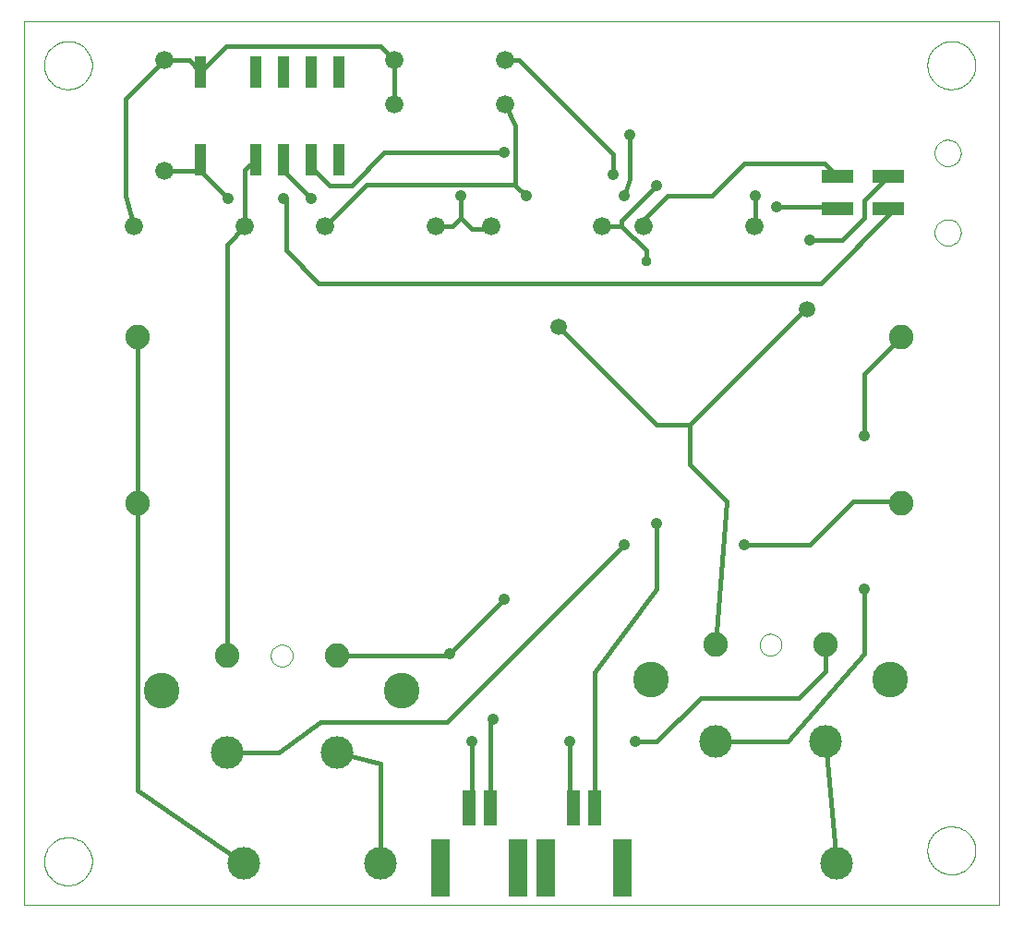
<source format=gtl>
G75*
G70*
%OFA0B0*%
%FSLAX24Y24*%
%IPPOS*%
%LPD*%
%AMOC8*
5,1,8,0,0,1.08239X$1,22.5*
%
%ADD10C,0.0000*%
%ADD11R,0.0472X0.1260*%
%ADD12R,0.0669X0.2087*%
%ADD13C,0.0886*%
%ADD14C,0.1286*%
%ADD15C,0.1181*%
%ADD16C,0.0660*%
%ADD17R,0.0394X0.1122*%
%ADD18R,0.1150X0.0500*%
%ADD19C,0.0160*%
%ADD20C,0.0376*%
%ADD21C,0.0416*%
%ADD22C,0.0591*%
D10*
X000181Y000847D02*
X000181Y032736D01*
X035382Y032736D01*
X035382Y000847D01*
X000181Y000847D01*
X000890Y002421D02*
X000892Y002479D01*
X000898Y002538D01*
X000908Y002595D01*
X000921Y002652D01*
X000939Y002708D01*
X000960Y002763D01*
X000985Y002815D01*
X001013Y002867D01*
X001045Y002916D01*
X001080Y002963D01*
X001118Y003007D01*
X001159Y003049D01*
X001203Y003088D01*
X001249Y003123D01*
X001298Y003156D01*
X001349Y003185D01*
X001401Y003211D01*
X001455Y003233D01*
X001511Y003252D01*
X001567Y003266D01*
X001625Y003277D01*
X001683Y003284D01*
X001741Y003287D01*
X001800Y003286D01*
X001858Y003281D01*
X001916Y003272D01*
X001973Y003259D01*
X002029Y003243D01*
X002084Y003222D01*
X002137Y003198D01*
X002189Y003171D01*
X002239Y003140D01*
X002286Y003106D01*
X002331Y003068D01*
X002374Y003028D01*
X002413Y002985D01*
X002450Y002939D01*
X002483Y002891D01*
X002513Y002841D01*
X002540Y002789D01*
X002563Y002735D01*
X002582Y002680D01*
X002598Y002624D01*
X002610Y002567D01*
X002618Y002509D01*
X002622Y002450D01*
X002622Y002392D01*
X002618Y002333D01*
X002610Y002275D01*
X002598Y002218D01*
X002582Y002162D01*
X002563Y002107D01*
X002540Y002053D01*
X002513Y002001D01*
X002483Y001951D01*
X002450Y001903D01*
X002413Y001857D01*
X002374Y001814D01*
X002331Y001774D01*
X002286Y001736D01*
X002239Y001702D01*
X002189Y001671D01*
X002137Y001644D01*
X002084Y001620D01*
X002029Y001599D01*
X001973Y001583D01*
X001916Y001570D01*
X001858Y001561D01*
X001800Y001556D01*
X001741Y001555D01*
X001683Y001558D01*
X001625Y001565D01*
X001567Y001576D01*
X001511Y001590D01*
X001455Y001609D01*
X001401Y001631D01*
X001349Y001657D01*
X001298Y001686D01*
X001249Y001719D01*
X001203Y001754D01*
X001159Y001793D01*
X001118Y001835D01*
X001080Y001879D01*
X001045Y001926D01*
X001013Y001975D01*
X000985Y002027D01*
X000960Y002079D01*
X000939Y002134D01*
X000921Y002190D01*
X000908Y002247D01*
X000898Y002304D01*
X000892Y002363D01*
X000890Y002421D01*
X009075Y009847D02*
X009077Y009886D01*
X009083Y009925D01*
X009093Y009963D01*
X009106Y010000D01*
X009123Y010035D01*
X009143Y010069D01*
X009167Y010100D01*
X009194Y010129D01*
X009223Y010155D01*
X009255Y010178D01*
X009289Y010198D01*
X009325Y010214D01*
X009362Y010226D01*
X009401Y010235D01*
X009440Y010240D01*
X009479Y010241D01*
X009518Y010238D01*
X009557Y010231D01*
X009594Y010220D01*
X009631Y010206D01*
X009666Y010188D01*
X009699Y010167D01*
X009730Y010142D01*
X009758Y010115D01*
X009783Y010085D01*
X009805Y010052D01*
X009824Y010018D01*
X009839Y009982D01*
X009851Y009944D01*
X009859Y009906D01*
X009863Y009867D01*
X009863Y009827D01*
X009859Y009788D01*
X009851Y009750D01*
X009839Y009712D01*
X009824Y009676D01*
X009805Y009642D01*
X009783Y009609D01*
X009758Y009579D01*
X009730Y009552D01*
X009699Y009527D01*
X009666Y009506D01*
X009631Y009488D01*
X009594Y009474D01*
X009557Y009463D01*
X009518Y009456D01*
X009479Y009453D01*
X009440Y009454D01*
X009401Y009459D01*
X009362Y009468D01*
X009325Y009480D01*
X009289Y009496D01*
X009255Y009516D01*
X009223Y009539D01*
X009194Y009565D01*
X009167Y009594D01*
X009143Y009625D01*
X009123Y009659D01*
X009106Y009694D01*
X009093Y009731D01*
X009083Y009769D01*
X009077Y009808D01*
X009075Y009847D01*
X026724Y010240D02*
X026726Y010279D01*
X026732Y010318D01*
X026742Y010356D01*
X026755Y010393D01*
X026772Y010428D01*
X026792Y010462D01*
X026816Y010493D01*
X026843Y010522D01*
X026872Y010548D01*
X026904Y010571D01*
X026938Y010591D01*
X026974Y010607D01*
X027011Y010619D01*
X027050Y010628D01*
X027089Y010633D01*
X027128Y010634D01*
X027167Y010631D01*
X027206Y010624D01*
X027243Y010613D01*
X027280Y010599D01*
X027315Y010581D01*
X027348Y010560D01*
X027379Y010535D01*
X027407Y010508D01*
X027432Y010478D01*
X027454Y010445D01*
X027473Y010411D01*
X027488Y010375D01*
X027500Y010337D01*
X027508Y010299D01*
X027512Y010260D01*
X027512Y010220D01*
X027508Y010181D01*
X027500Y010143D01*
X027488Y010105D01*
X027473Y010069D01*
X027454Y010035D01*
X027432Y010002D01*
X027407Y009972D01*
X027379Y009945D01*
X027348Y009920D01*
X027315Y009899D01*
X027280Y009881D01*
X027243Y009867D01*
X027206Y009856D01*
X027167Y009849D01*
X027128Y009846D01*
X027089Y009847D01*
X027050Y009852D01*
X027011Y009861D01*
X026974Y009873D01*
X026938Y009889D01*
X026904Y009909D01*
X026872Y009932D01*
X026843Y009958D01*
X026816Y009987D01*
X026792Y010018D01*
X026772Y010052D01*
X026755Y010087D01*
X026742Y010124D01*
X026732Y010162D01*
X026726Y010201D01*
X026724Y010240D01*
X032780Y002815D02*
X032782Y002873D01*
X032788Y002932D01*
X032798Y002989D01*
X032811Y003046D01*
X032829Y003102D01*
X032850Y003157D01*
X032875Y003209D01*
X032903Y003261D01*
X032935Y003310D01*
X032970Y003357D01*
X033008Y003401D01*
X033049Y003443D01*
X033093Y003482D01*
X033139Y003517D01*
X033188Y003550D01*
X033239Y003579D01*
X033291Y003605D01*
X033345Y003627D01*
X033401Y003646D01*
X033457Y003660D01*
X033515Y003671D01*
X033573Y003678D01*
X033631Y003681D01*
X033690Y003680D01*
X033748Y003675D01*
X033806Y003666D01*
X033863Y003653D01*
X033919Y003637D01*
X033974Y003616D01*
X034027Y003592D01*
X034079Y003565D01*
X034129Y003534D01*
X034176Y003500D01*
X034221Y003462D01*
X034264Y003422D01*
X034303Y003379D01*
X034340Y003333D01*
X034373Y003285D01*
X034403Y003235D01*
X034430Y003183D01*
X034453Y003129D01*
X034472Y003074D01*
X034488Y003018D01*
X034500Y002961D01*
X034508Y002903D01*
X034512Y002844D01*
X034512Y002786D01*
X034508Y002727D01*
X034500Y002669D01*
X034488Y002612D01*
X034472Y002556D01*
X034453Y002501D01*
X034430Y002447D01*
X034403Y002395D01*
X034373Y002345D01*
X034340Y002297D01*
X034303Y002251D01*
X034264Y002208D01*
X034221Y002168D01*
X034176Y002130D01*
X034129Y002096D01*
X034079Y002065D01*
X034027Y002038D01*
X033974Y002014D01*
X033919Y001993D01*
X033863Y001977D01*
X033806Y001964D01*
X033748Y001955D01*
X033690Y001950D01*
X033631Y001949D01*
X033573Y001952D01*
X033515Y001959D01*
X033457Y001970D01*
X033401Y001984D01*
X033345Y002003D01*
X033291Y002025D01*
X033239Y002051D01*
X033188Y002080D01*
X033139Y002113D01*
X033093Y002148D01*
X033049Y002187D01*
X033008Y002229D01*
X032970Y002273D01*
X032935Y002320D01*
X032903Y002369D01*
X032875Y002421D01*
X032850Y002473D01*
X032829Y002528D01*
X032811Y002584D01*
X032798Y002641D01*
X032788Y002698D01*
X032782Y002757D01*
X032780Y002815D01*
X033037Y025122D02*
X033039Y025165D01*
X033045Y025208D01*
X033055Y025250D01*
X033068Y025291D01*
X033085Y025331D01*
X033106Y025369D01*
X033130Y025405D01*
X033158Y025438D01*
X033188Y025469D01*
X033221Y025497D01*
X033256Y025522D01*
X033293Y025544D01*
X033333Y025562D01*
X033373Y025576D01*
X033415Y025587D01*
X033458Y025594D01*
X033501Y025597D01*
X033544Y025596D01*
X033587Y025591D01*
X033630Y025582D01*
X033671Y025570D01*
X033711Y025553D01*
X033749Y025533D01*
X033786Y025510D01*
X033820Y025484D01*
X033852Y025454D01*
X033880Y025422D01*
X033906Y025387D01*
X033929Y025350D01*
X033948Y025311D01*
X033963Y025271D01*
X033975Y025229D01*
X033983Y025187D01*
X033987Y025144D01*
X033987Y025100D01*
X033983Y025057D01*
X033975Y025015D01*
X033963Y024973D01*
X033948Y024933D01*
X033929Y024894D01*
X033906Y024857D01*
X033880Y024822D01*
X033852Y024790D01*
X033820Y024760D01*
X033786Y024734D01*
X033750Y024711D01*
X033711Y024691D01*
X033671Y024674D01*
X033630Y024662D01*
X033587Y024653D01*
X033544Y024648D01*
X033501Y024647D01*
X033458Y024650D01*
X033415Y024657D01*
X033373Y024668D01*
X033333Y024682D01*
X033293Y024700D01*
X033256Y024722D01*
X033221Y024747D01*
X033188Y024775D01*
X033158Y024806D01*
X033130Y024839D01*
X033106Y024875D01*
X033085Y024913D01*
X033068Y024953D01*
X033055Y024994D01*
X033045Y025036D01*
X033039Y025079D01*
X033037Y025122D01*
X033037Y027996D02*
X033039Y028039D01*
X033045Y028082D01*
X033055Y028124D01*
X033068Y028165D01*
X033085Y028205D01*
X033106Y028243D01*
X033130Y028279D01*
X033158Y028312D01*
X033188Y028343D01*
X033221Y028371D01*
X033256Y028396D01*
X033293Y028418D01*
X033333Y028436D01*
X033373Y028450D01*
X033415Y028461D01*
X033458Y028468D01*
X033501Y028471D01*
X033544Y028470D01*
X033587Y028465D01*
X033630Y028456D01*
X033671Y028444D01*
X033711Y028427D01*
X033749Y028407D01*
X033786Y028384D01*
X033820Y028358D01*
X033852Y028328D01*
X033880Y028296D01*
X033906Y028261D01*
X033929Y028224D01*
X033948Y028185D01*
X033963Y028145D01*
X033975Y028103D01*
X033983Y028061D01*
X033987Y028018D01*
X033987Y027974D01*
X033983Y027931D01*
X033975Y027889D01*
X033963Y027847D01*
X033948Y027807D01*
X033929Y027768D01*
X033906Y027731D01*
X033880Y027696D01*
X033852Y027664D01*
X033820Y027634D01*
X033786Y027608D01*
X033750Y027585D01*
X033711Y027565D01*
X033671Y027548D01*
X033630Y027536D01*
X033587Y027527D01*
X033544Y027522D01*
X033501Y027521D01*
X033458Y027524D01*
X033415Y027531D01*
X033373Y027542D01*
X033333Y027556D01*
X033293Y027574D01*
X033256Y027596D01*
X033221Y027621D01*
X033188Y027649D01*
X033158Y027680D01*
X033130Y027713D01*
X033106Y027749D01*
X033085Y027787D01*
X033068Y027827D01*
X033055Y027868D01*
X033045Y027910D01*
X033039Y027953D01*
X033037Y027996D01*
X032780Y031162D02*
X032782Y031220D01*
X032788Y031279D01*
X032798Y031336D01*
X032811Y031393D01*
X032829Y031449D01*
X032850Y031504D01*
X032875Y031556D01*
X032903Y031608D01*
X032935Y031657D01*
X032970Y031704D01*
X033008Y031748D01*
X033049Y031790D01*
X033093Y031829D01*
X033139Y031864D01*
X033188Y031897D01*
X033239Y031926D01*
X033291Y031952D01*
X033345Y031974D01*
X033401Y031993D01*
X033457Y032007D01*
X033515Y032018D01*
X033573Y032025D01*
X033631Y032028D01*
X033690Y032027D01*
X033748Y032022D01*
X033806Y032013D01*
X033863Y032000D01*
X033919Y031984D01*
X033974Y031963D01*
X034027Y031939D01*
X034079Y031912D01*
X034129Y031881D01*
X034176Y031847D01*
X034221Y031809D01*
X034264Y031769D01*
X034303Y031726D01*
X034340Y031680D01*
X034373Y031632D01*
X034403Y031582D01*
X034430Y031530D01*
X034453Y031476D01*
X034472Y031421D01*
X034488Y031365D01*
X034500Y031308D01*
X034508Y031250D01*
X034512Y031191D01*
X034512Y031133D01*
X034508Y031074D01*
X034500Y031016D01*
X034488Y030959D01*
X034472Y030903D01*
X034453Y030848D01*
X034430Y030794D01*
X034403Y030742D01*
X034373Y030692D01*
X034340Y030644D01*
X034303Y030598D01*
X034264Y030555D01*
X034221Y030515D01*
X034176Y030477D01*
X034129Y030443D01*
X034079Y030412D01*
X034027Y030385D01*
X033974Y030361D01*
X033919Y030340D01*
X033863Y030324D01*
X033806Y030311D01*
X033748Y030302D01*
X033690Y030297D01*
X033631Y030296D01*
X033573Y030299D01*
X033515Y030306D01*
X033457Y030317D01*
X033401Y030331D01*
X033345Y030350D01*
X033291Y030372D01*
X033239Y030398D01*
X033188Y030427D01*
X033139Y030460D01*
X033093Y030495D01*
X033049Y030534D01*
X033008Y030576D01*
X032970Y030620D01*
X032935Y030667D01*
X032903Y030716D01*
X032875Y030768D01*
X032850Y030820D01*
X032829Y030875D01*
X032811Y030931D01*
X032798Y030988D01*
X032788Y031045D01*
X032782Y031104D01*
X032780Y031162D01*
X000890Y031162D02*
X000892Y031220D01*
X000898Y031279D01*
X000908Y031336D01*
X000921Y031393D01*
X000939Y031449D01*
X000960Y031504D01*
X000985Y031556D01*
X001013Y031608D01*
X001045Y031657D01*
X001080Y031704D01*
X001118Y031748D01*
X001159Y031790D01*
X001203Y031829D01*
X001249Y031864D01*
X001298Y031897D01*
X001349Y031926D01*
X001401Y031952D01*
X001455Y031974D01*
X001511Y031993D01*
X001567Y032007D01*
X001625Y032018D01*
X001683Y032025D01*
X001741Y032028D01*
X001800Y032027D01*
X001858Y032022D01*
X001916Y032013D01*
X001973Y032000D01*
X002029Y031984D01*
X002084Y031963D01*
X002137Y031939D01*
X002189Y031912D01*
X002239Y031881D01*
X002286Y031847D01*
X002331Y031809D01*
X002374Y031769D01*
X002413Y031726D01*
X002450Y031680D01*
X002483Y031632D01*
X002513Y031582D01*
X002540Y031530D01*
X002563Y031476D01*
X002582Y031421D01*
X002598Y031365D01*
X002610Y031308D01*
X002618Y031250D01*
X002622Y031191D01*
X002622Y031133D01*
X002618Y031074D01*
X002610Y031016D01*
X002598Y030959D01*
X002582Y030903D01*
X002563Y030848D01*
X002540Y030794D01*
X002513Y030742D01*
X002483Y030692D01*
X002450Y030644D01*
X002413Y030598D01*
X002374Y030555D01*
X002331Y030515D01*
X002286Y030477D01*
X002239Y030443D01*
X002189Y030412D01*
X002137Y030385D01*
X002084Y030361D01*
X002029Y030340D01*
X001973Y030324D01*
X001916Y030311D01*
X001858Y030302D01*
X001800Y030297D01*
X001741Y030296D01*
X001683Y030299D01*
X001625Y030306D01*
X001567Y030317D01*
X001511Y030331D01*
X001455Y030350D01*
X001401Y030372D01*
X001349Y030398D01*
X001298Y030427D01*
X001249Y030460D01*
X001203Y030495D01*
X001159Y030534D01*
X001118Y030576D01*
X001080Y030620D01*
X001045Y030667D01*
X001013Y030716D01*
X000985Y030768D01*
X000960Y030820D01*
X000939Y030875D01*
X000921Y030931D01*
X000908Y030988D01*
X000898Y031045D01*
X000892Y031104D01*
X000890Y031162D01*
D11*
X016221Y004333D03*
X017008Y004333D03*
X019989Y004333D03*
X020776Y004333D03*
D12*
X021780Y002175D03*
X018985Y002175D03*
X018012Y002175D03*
X015217Y002175D03*
D13*
X011453Y009847D03*
X007485Y009847D03*
X004264Y015347D03*
X004264Y021347D03*
X025134Y010240D03*
X029103Y010240D03*
X031823Y015347D03*
X031823Y021347D03*
D14*
X031439Y008973D03*
X022798Y008973D03*
X013790Y008579D03*
X005148Y008579D03*
D15*
X007485Y006343D03*
X011453Y006343D03*
X013044Y002347D03*
X008087Y002347D03*
X025134Y006736D03*
X029103Y006736D03*
X029512Y002347D03*
D16*
X026544Y025347D03*
X022544Y025347D03*
X021044Y025347D03*
X017044Y025347D03*
X015044Y025347D03*
X011044Y025347D03*
X008150Y025347D03*
X005225Y027347D03*
X004150Y025347D03*
X005225Y031347D03*
X013544Y031347D03*
X013544Y029740D03*
X017544Y029740D03*
X017544Y031347D03*
D17*
X011544Y030931D03*
X010544Y030931D03*
X009544Y030921D03*
X008544Y030931D03*
X006544Y030931D03*
X006544Y027762D03*
X008544Y027762D03*
X009544Y027762D03*
X010544Y027762D03*
X011544Y027762D03*
D18*
X029536Y027150D03*
X029536Y025969D03*
X031359Y025969D03*
X031359Y027150D03*
D19*
X030496Y026288D01*
X030496Y025650D01*
X029709Y024862D01*
X028528Y024862D01*
X029536Y025969D02*
X029461Y026043D01*
X027347Y026043D01*
X026559Y026437D02*
X026559Y025362D01*
X026544Y025347D01*
X024985Y026437D02*
X026166Y027618D01*
X029067Y027618D01*
X029536Y027150D01*
X031359Y025969D02*
X031433Y026043D01*
X031677Y026043D01*
X028922Y023288D01*
X010811Y023288D01*
X009630Y024469D01*
X009630Y026260D01*
X009544Y026347D01*
X009630Y026347D01*
X010544Y026347D02*
X009544Y027347D01*
X009544Y027762D01*
X008544Y027762D02*
X008150Y027368D01*
X008150Y025347D01*
X007485Y024681D01*
X007485Y009847D01*
X009359Y006343D02*
X010863Y007453D01*
X015449Y007453D01*
X021835Y013839D01*
X023016Y014626D02*
X023016Y012264D01*
X020776Y009236D01*
X020776Y004333D01*
X019989Y004333D02*
X019866Y004333D01*
X019866Y006752D01*
X022229Y006752D02*
X023016Y006752D01*
X024591Y008327D01*
X028134Y008327D01*
X029103Y009295D01*
X029103Y010240D01*
X030496Y009902D02*
X030496Y012264D01*
X028528Y013839D02*
X030103Y015414D01*
X031756Y015414D01*
X031823Y015347D01*
X030496Y017776D02*
X030496Y020020D01*
X031823Y021347D01*
X028437Y022347D02*
X028374Y022347D01*
X024197Y018169D01*
X024197Y016744D01*
X025528Y015414D01*
X025134Y010240D01*
X025134Y006736D02*
X027725Y006736D01*
X030496Y009902D01*
X029103Y006736D02*
X029496Y002362D01*
X029512Y002347D01*
X017504Y011870D02*
X015536Y009902D01*
X015481Y009847D01*
X011453Y009847D01*
X011453Y006343D02*
X013044Y005933D01*
X013044Y002347D01*
X016221Y004333D02*
X016323Y004333D01*
X016323Y006752D01*
X017008Y007437D02*
X017111Y007540D01*
X017008Y007437D02*
X017008Y004333D01*
X009359Y006343D02*
X007485Y006343D01*
X004264Y004988D02*
X004264Y015347D01*
X004264Y021347D01*
X004150Y025347D02*
X003831Y026453D01*
X003831Y029953D01*
X005225Y031347D01*
X006128Y031347D01*
X006544Y030931D01*
X007459Y031847D01*
X013044Y031847D01*
X013544Y031347D01*
X013544Y029740D01*
X013174Y028012D02*
X017504Y028012D01*
X017898Y028992D02*
X017544Y029740D01*
X017898Y028992D02*
X017898Y026831D01*
X017882Y026847D01*
X012544Y026847D01*
X011044Y025347D01*
X011205Y026831D02*
X011992Y026831D01*
X013174Y028012D01*
X011205Y026831D02*
X010544Y027492D01*
X010544Y027762D01*
X007544Y026347D02*
X006544Y027347D01*
X005225Y027347D01*
X006544Y027347D02*
X006544Y027762D01*
X015044Y025347D02*
X015626Y025347D01*
X015929Y025650D01*
X015929Y026437D01*
X015929Y025650D02*
X016323Y025256D01*
X016953Y025256D01*
X017044Y025347D01*
X018292Y026437D02*
X017898Y026831D01*
X021044Y025347D02*
X021744Y025347D01*
X021744Y025559D01*
X023016Y026831D01*
X023410Y026437D02*
X024985Y026437D01*
X023410Y026437D02*
X022544Y025571D01*
X022544Y025347D01*
X021744Y025347D02*
X022622Y024469D01*
X022622Y024075D01*
X021351Y025347D02*
X021044Y025347D01*
X021835Y026437D02*
X022044Y027040D01*
X022044Y028634D01*
X021441Y027949D02*
X018044Y031347D01*
X017544Y031347D01*
X021441Y027949D02*
X021441Y027225D01*
X019473Y021713D02*
X023016Y018169D01*
X024197Y018169D01*
X026166Y013839D02*
X028528Y013839D01*
X008087Y002347D02*
X004264Y004988D01*
D20*
X022622Y024075D03*
D21*
X021835Y026437D03*
X021441Y027225D03*
X022044Y028634D03*
X023016Y026831D03*
X026559Y026437D03*
X027347Y026043D03*
X028528Y024862D03*
X030496Y017776D03*
X026166Y013839D03*
X023016Y014626D03*
X021835Y013839D03*
X017504Y011870D03*
X015536Y009902D03*
X017111Y007540D03*
X016323Y006752D03*
X019866Y006752D03*
X022229Y006752D03*
X030496Y012264D03*
X018292Y026437D03*
X017504Y028012D03*
X015929Y026437D03*
X010544Y026347D03*
X009544Y026347D03*
X007544Y026347D03*
D22*
X019473Y021713D03*
X028437Y022347D03*
M02*

</source>
